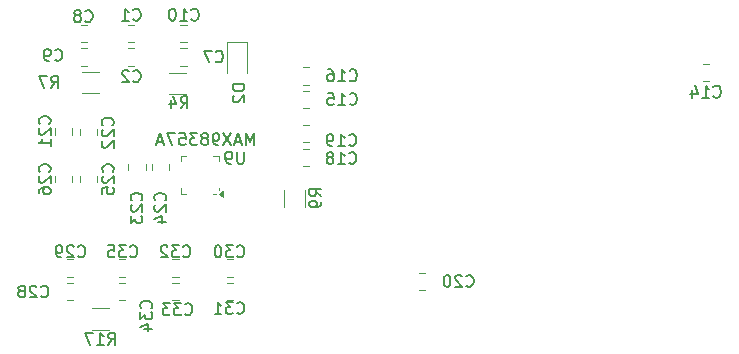
<source format=gbo>
%TF.GenerationSoftware,KiCad,Pcbnew,8.0.1*%
%TF.CreationDate,2024-04-15T20:37:31+02:00*%
%TF.ProjectId,standalonepanel,7374616e-6461-46c6-9f6e-6570616e656c,rev?*%
%TF.SameCoordinates,Original*%
%TF.FileFunction,Legend,Bot*%
%TF.FilePolarity,Positive*%
%FSLAX46Y46*%
G04 Gerber Fmt 4.6, Leading zero omitted, Abs format (unit mm)*
G04 Created by KiCad (PCBNEW 8.0.1) date 2024-04-15 20:37:31*
%MOMM*%
%LPD*%
G01*
G04 APERTURE LIST*
%ADD10C,0.150000*%
%ADD11C,0.120000*%
G04 APERTURE END LIST*
D10*
X96107666Y-118818819D02*
X96440999Y-118342628D01*
X96679094Y-118818819D02*
X96679094Y-117818819D01*
X96679094Y-117818819D02*
X96298142Y-117818819D01*
X96298142Y-117818819D02*
X96202904Y-117866438D01*
X96202904Y-117866438D02*
X96155285Y-117914057D01*
X96155285Y-117914057D02*
X96107666Y-118009295D01*
X96107666Y-118009295D02*
X96107666Y-118152152D01*
X96107666Y-118152152D02*
X96155285Y-118247390D01*
X96155285Y-118247390D02*
X96202904Y-118295009D01*
X96202904Y-118295009D02*
X96298142Y-118342628D01*
X96298142Y-118342628D02*
X96679094Y-118342628D01*
X95774332Y-117818819D02*
X95107666Y-117818819D01*
X95107666Y-117818819D02*
X95536237Y-118818819D01*
X95242857Y-136459580D02*
X95290476Y-136507200D01*
X95290476Y-136507200D02*
X95433333Y-136554819D01*
X95433333Y-136554819D02*
X95528571Y-136554819D01*
X95528571Y-136554819D02*
X95671428Y-136507200D01*
X95671428Y-136507200D02*
X95766666Y-136411961D01*
X95766666Y-136411961D02*
X95814285Y-136316723D01*
X95814285Y-136316723D02*
X95861904Y-136126247D01*
X95861904Y-136126247D02*
X95861904Y-135983390D01*
X95861904Y-135983390D02*
X95814285Y-135792914D01*
X95814285Y-135792914D02*
X95766666Y-135697676D01*
X95766666Y-135697676D02*
X95671428Y-135602438D01*
X95671428Y-135602438D02*
X95528571Y-135554819D01*
X95528571Y-135554819D02*
X95433333Y-135554819D01*
X95433333Y-135554819D02*
X95290476Y-135602438D01*
X95290476Y-135602438D02*
X95242857Y-135650057D01*
X94861904Y-135650057D02*
X94814285Y-135602438D01*
X94814285Y-135602438D02*
X94719047Y-135554819D01*
X94719047Y-135554819D02*
X94480952Y-135554819D01*
X94480952Y-135554819D02*
X94385714Y-135602438D01*
X94385714Y-135602438D02*
X94338095Y-135650057D01*
X94338095Y-135650057D02*
X94290476Y-135745295D01*
X94290476Y-135745295D02*
X94290476Y-135840533D01*
X94290476Y-135840533D02*
X94338095Y-135983390D01*
X94338095Y-135983390D02*
X94909523Y-136554819D01*
X94909523Y-136554819D02*
X94290476Y-136554819D01*
X93719047Y-135983390D02*
X93814285Y-135935771D01*
X93814285Y-135935771D02*
X93861904Y-135888152D01*
X93861904Y-135888152D02*
X93909523Y-135792914D01*
X93909523Y-135792914D02*
X93909523Y-135745295D01*
X93909523Y-135745295D02*
X93861904Y-135650057D01*
X93861904Y-135650057D02*
X93814285Y-135602438D01*
X93814285Y-135602438D02*
X93719047Y-135554819D01*
X93719047Y-135554819D02*
X93528571Y-135554819D01*
X93528571Y-135554819D02*
X93433333Y-135602438D01*
X93433333Y-135602438D02*
X93385714Y-135650057D01*
X93385714Y-135650057D02*
X93338095Y-135745295D01*
X93338095Y-135745295D02*
X93338095Y-135792914D01*
X93338095Y-135792914D02*
X93385714Y-135888152D01*
X93385714Y-135888152D02*
X93433333Y-135935771D01*
X93433333Y-135935771D02*
X93528571Y-135983390D01*
X93528571Y-135983390D02*
X93719047Y-135983390D01*
X93719047Y-135983390D02*
X93814285Y-136031009D01*
X93814285Y-136031009D02*
X93861904Y-136078628D01*
X93861904Y-136078628D02*
X93909523Y-136173866D01*
X93909523Y-136173866D02*
X93909523Y-136364342D01*
X93909523Y-136364342D02*
X93861904Y-136459580D01*
X93861904Y-136459580D02*
X93814285Y-136507200D01*
X93814285Y-136507200D02*
X93719047Y-136554819D01*
X93719047Y-136554819D02*
X93528571Y-136554819D01*
X93528571Y-136554819D02*
X93433333Y-136507200D01*
X93433333Y-136507200D02*
X93385714Y-136459580D01*
X93385714Y-136459580D02*
X93338095Y-136364342D01*
X93338095Y-136364342D02*
X93338095Y-136173866D01*
X93338095Y-136173866D02*
X93385714Y-136078628D01*
X93385714Y-136078628D02*
X93433333Y-136031009D01*
X93433333Y-136031009D02*
X93528571Y-135983390D01*
X101324015Y-125910257D02*
X101371635Y-125862638D01*
X101371635Y-125862638D02*
X101419254Y-125719781D01*
X101419254Y-125719781D02*
X101419254Y-125624543D01*
X101419254Y-125624543D02*
X101371635Y-125481686D01*
X101371635Y-125481686D02*
X101276396Y-125386448D01*
X101276396Y-125386448D02*
X101181158Y-125338829D01*
X101181158Y-125338829D02*
X100990682Y-125291210D01*
X100990682Y-125291210D02*
X100847825Y-125291210D01*
X100847825Y-125291210D02*
X100657349Y-125338829D01*
X100657349Y-125338829D02*
X100562111Y-125386448D01*
X100562111Y-125386448D02*
X100466873Y-125481686D01*
X100466873Y-125481686D02*
X100419254Y-125624543D01*
X100419254Y-125624543D02*
X100419254Y-125719781D01*
X100419254Y-125719781D02*
X100466873Y-125862638D01*
X100466873Y-125862638D02*
X100514492Y-125910257D01*
X100514492Y-126291210D02*
X100466873Y-126338829D01*
X100466873Y-126338829D02*
X100419254Y-126434067D01*
X100419254Y-126434067D02*
X100419254Y-126672162D01*
X100419254Y-126672162D02*
X100466873Y-126767400D01*
X100466873Y-126767400D02*
X100514492Y-126815019D01*
X100514492Y-126815019D02*
X100609730Y-126862638D01*
X100609730Y-126862638D02*
X100704968Y-126862638D01*
X100704968Y-126862638D02*
X100847825Y-126815019D01*
X100847825Y-126815019D02*
X101419254Y-126243591D01*
X101419254Y-126243591D02*
X101419254Y-126862638D01*
X100419254Y-127767400D02*
X100419254Y-127291210D01*
X100419254Y-127291210D02*
X100895444Y-127243591D01*
X100895444Y-127243591D02*
X100847825Y-127291210D01*
X100847825Y-127291210D02*
X100800206Y-127386448D01*
X100800206Y-127386448D02*
X100800206Y-127624543D01*
X100800206Y-127624543D02*
X100847825Y-127719781D01*
X100847825Y-127719781D02*
X100895444Y-127767400D01*
X100895444Y-127767400D02*
X100990682Y-127815019D01*
X100990682Y-127815019D02*
X101228777Y-127815019D01*
X101228777Y-127815019D02*
X101324015Y-127767400D01*
X101324015Y-127767400D02*
X101371635Y-127719781D01*
X101371635Y-127719781D02*
X101419254Y-127624543D01*
X101419254Y-127624543D02*
X101419254Y-127386448D01*
X101419254Y-127386448D02*
X101371635Y-127291210D01*
X101371635Y-127291210D02*
X101324015Y-127243591D01*
X104559580Y-137457142D02*
X104607200Y-137409523D01*
X104607200Y-137409523D02*
X104654819Y-137266666D01*
X104654819Y-137266666D02*
X104654819Y-137171428D01*
X104654819Y-137171428D02*
X104607200Y-137028571D01*
X104607200Y-137028571D02*
X104511961Y-136933333D01*
X104511961Y-136933333D02*
X104416723Y-136885714D01*
X104416723Y-136885714D02*
X104226247Y-136838095D01*
X104226247Y-136838095D02*
X104083390Y-136838095D01*
X104083390Y-136838095D02*
X103892914Y-136885714D01*
X103892914Y-136885714D02*
X103797676Y-136933333D01*
X103797676Y-136933333D02*
X103702438Y-137028571D01*
X103702438Y-137028571D02*
X103654819Y-137171428D01*
X103654819Y-137171428D02*
X103654819Y-137266666D01*
X103654819Y-137266666D02*
X103702438Y-137409523D01*
X103702438Y-137409523D02*
X103750057Y-137457142D01*
X103654819Y-137790476D02*
X103654819Y-138409523D01*
X103654819Y-138409523D02*
X104035771Y-138076190D01*
X104035771Y-138076190D02*
X104035771Y-138219047D01*
X104035771Y-138219047D02*
X104083390Y-138314285D01*
X104083390Y-138314285D02*
X104131009Y-138361904D01*
X104131009Y-138361904D02*
X104226247Y-138409523D01*
X104226247Y-138409523D02*
X104464342Y-138409523D01*
X104464342Y-138409523D02*
X104559580Y-138361904D01*
X104559580Y-138361904D02*
X104607200Y-138314285D01*
X104607200Y-138314285D02*
X104654819Y-138219047D01*
X104654819Y-138219047D02*
X104654819Y-137933333D01*
X104654819Y-137933333D02*
X104607200Y-137838095D01*
X104607200Y-137838095D02*
X104559580Y-137790476D01*
X103988152Y-139266666D02*
X104654819Y-139266666D01*
X103607200Y-139028571D02*
X104321485Y-138790476D01*
X104321485Y-138790476D02*
X104321485Y-139409523D01*
X110021666Y-116564580D02*
X110069285Y-116612200D01*
X110069285Y-116612200D02*
X110212142Y-116659819D01*
X110212142Y-116659819D02*
X110307380Y-116659819D01*
X110307380Y-116659819D02*
X110450237Y-116612200D01*
X110450237Y-116612200D02*
X110545475Y-116516961D01*
X110545475Y-116516961D02*
X110593094Y-116421723D01*
X110593094Y-116421723D02*
X110640713Y-116231247D01*
X110640713Y-116231247D02*
X110640713Y-116088390D01*
X110640713Y-116088390D02*
X110593094Y-115897914D01*
X110593094Y-115897914D02*
X110545475Y-115802676D01*
X110545475Y-115802676D02*
X110450237Y-115707438D01*
X110450237Y-115707438D02*
X110307380Y-115659819D01*
X110307380Y-115659819D02*
X110212142Y-115659819D01*
X110212142Y-115659819D02*
X110069285Y-115707438D01*
X110069285Y-115707438D02*
X110021666Y-115755057D01*
X109688332Y-115659819D02*
X109021666Y-115659819D01*
X109021666Y-115659819D02*
X109450237Y-116659819D01*
X111842857Y-133059580D02*
X111890476Y-133107200D01*
X111890476Y-133107200D02*
X112033333Y-133154819D01*
X112033333Y-133154819D02*
X112128571Y-133154819D01*
X112128571Y-133154819D02*
X112271428Y-133107200D01*
X112271428Y-133107200D02*
X112366666Y-133011961D01*
X112366666Y-133011961D02*
X112414285Y-132916723D01*
X112414285Y-132916723D02*
X112461904Y-132726247D01*
X112461904Y-132726247D02*
X112461904Y-132583390D01*
X112461904Y-132583390D02*
X112414285Y-132392914D01*
X112414285Y-132392914D02*
X112366666Y-132297676D01*
X112366666Y-132297676D02*
X112271428Y-132202438D01*
X112271428Y-132202438D02*
X112128571Y-132154819D01*
X112128571Y-132154819D02*
X112033333Y-132154819D01*
X112033333Y-132154819D02*
X111890476Y-132202438D01*
X111890476Y-132202438D02*
X111842857Y-132250057D01*
X111509523Y-132154819D02*
X110890476Y-132154819D01*
X110890476Y-132154819D02*
X111223809Y-132535771D01*
X111223809Y-132535771D02*
X111080952Y-132535771D01*
X111080952Y-132535771D02*
X110985714Y-132583390D01*
X110985714Y-132583390D02*
X110938095Y-132631009D01*
X110938095Y-132631009D02*
X110890476Y-132726247D01*
X110890476Y-132726247D02*
X110890476Y-132964342D01*
X110890476Y-132964342D02*
X110938095Y-133059580D01*
X110938095Y-133059580D02*
X110985714Y-133107200D01*
X110985714Y-133107200D02*
X111080952Y-133154819D01*
X111080952Y-133154819D02*
X111366666Y-133154819D01*
X111366666Y-133154819D02*
X111461904Y-133107200D01*
X111461904Y-133107200D02*
X111509523Y-133059580D01*
X110271428Y-132154819D02*
X110176190Y-132154819D01*
X110176190Y-132154819D02*
X110080952Y-132202438D01*
X110080952Y-132202438D02*
X110033333Y-132250057D01*
X110033333Y-132250057D02*
X109985714Y-132345295D01*
X109985714Y-132345295D02*
X109938095Y-132535771D01*
X109938095Y-132535771D02*
X109938095Y-132773866D01*
X109938095Y-132773866D02*
X109985714Y-132964342D01*
X109985714Y-132964342D02*
X110033333Y-133059580D01*
X110033333Y-133059580D02*
X110080952Y-133107200D01*
X110080952Y-133107200D02*
X110176190Y-133154819D01*
X110176190Y-133154819D02*
X110271428Y-133154819D01*
X110271428Y-133154819D02*
X110366666Y-133107200D01*
X110366666Y-133107200D02*
X110414285Y-133059580D01*
X110414285Y-133059580D02*
X110461904Y-132964342D01*
X110461904Y-132964342D02*
X110509523Y-132773866D01*
X110509523Y-132773866D02*
X110509523Y-132535771D01*
X110509523Y-132535771D02*
X110461904Y-132345295D01*
X110461904Y-132345295D02*
X110414285Y-132250057D01*
X110414285Y-132250057D02*
X110366666Y-132202438D01*
X110366666Y-132202438D02*
X110271428Y-132154819D01*
X98381794Y-133059580D02*
X98429413Y-133107200D01*
X98429413Y-133107200D02*
X98572270Y-133154819D01*
X98572270Y-133154819D02*
X98667508Y-133154819D01*
X98667508Y-133154819D02*
X98810365Y-133107200D01*
X98810365Y-133107200D02*
X98905603Y-133011961D01*
X98905603Y-133011961D02*
X98953222Y-132916723D01*
X98953222Y-132916723D02*
X99000841Y-132726247D01*
X99000841Y-132726247D02*
X99000841Y-132583390D01*
X99000841Y-132583390D02*
X98953222Y-132392914D01*
X98953222Y-132392914D02*
X98905603Y-132297676D01*
X98905603Y-132297676D02*
X98810365Y-132202438D01*
X98810365Y-132202438D02*
X98667508Y-132154819D01*
X98667508Y-132154819D02*
X98572270Y-132154819D01*
X98572270Y-132154819D02*
X98429413Y-132202438D01*
X98429413Y-132202438D02*
X98381794Y-132250057D01*
X98000841Y-132250057D02*
X97953222Y-132202438D01*
X97953222Y-132202438D02*
X97857984Y-132154819D01*
X97857984Y-132154819D02*
X97619889Y-132154819D01*
X97619889Y-132154819D02*
X97524651Y-132202438D01*
X97524651Y-132202438D02*
X97477032Y-132250057D01*
X97477032Y-132250057D02*
X97429413Y-132345295D01*
X97429413Y-132345295D02*
X97429413Y-132440533D01*
X97429413Y-132440533D02*
X97477032Y-132583390D01*
X97477032Y-132583390D02*
X98048460Y-133154819D01*
X98048460Y-133154819D02*
X97429413Y-133154819D01*
X96953222Y-133154819D02*
X96762746Y-133154819D01*
X96762746Y-133154819D02*
X96667508Y-133107200D01*
X96667508Y-133107200D02*
X96619889Y-133059580D01*
X96619889Y-133059580D02*
X96524651Y-132916723D01*
X96524651Y-132916723D02*
X96477032Y-132726247D01*
X96477032Y-132726247D02*
X96477032Y-132345295D01*
X96477032Y-132345295D02*
X96524651Y-132250057D01*
X96524651Y-132250057D02*
X96572270Y-132202438D01*
X96572270Y-132202438D02*
X96667508Y-132154819D01*
X96667508Y-132154819D02*
X96857984Y-132154819D01*
X96857984Y-132154819D02*
X96953222Y-132202438D01*
X96953222Y-132202438D02*
X97000841Y-132250057D01*
X97000841Y-132250057D02*
X97048460Y-132345295D01*
X97048460Y-132345295D02*
X97048460Y-132583390D01*
X97048460Y-132583390D02*
X97000841Y-132678628D01*
X97000841Y-132678628D02*
X96953222Y-132726247D01*
X96953222Y-132726247D02*
X96857984Y-132773866D01*
X96857984Y-132773866D02*
X96667508Y-132773866D01*
X96667508Y-132773866D02*
X96572270Y-132726247D01*
X96572270Y-132726247D02*
X96524651Y-132678628D01*
X96524651Y-132678628D02*
X96477032Y-132583390D01*
X111842857Y-137859580D02*
X111890476Y-137907200D01*
X111890476Y-137907200D02*
X112033333Y-137954819D01*
X112033333Y-137954819D02*
X112128571Y-137954819D01*
X112128571Y-137954819D02*
X112271428Y-137907200D01*
X112271428Y-137907200D02*
X112366666Y-137811961D01*
X112366666Y-137811961D02*
X112414285Y-137716723D01*
X112414285Y-137716723D02*
X112461904Y-137526247D01*
X112461904Y-137526247D02*
X112461904Y-137383390D01*
X112461904Y-137383390D02*
X112414285Y-137192914D01*
X112414285Y-137192914D02*
X112366666Y-137097676D01*
X112366666Y-137097676D02*
X112271428Y-137002438D01*
X112271428Y-137002438D02*
X112128571Y-136954819D01*
X112128571Y-136954819D02*
X112033333Y-136954819D01*
X112033333Y-136954819D02*
X111890476Y-137002438D01*
X111890476Y-137002438D02*
X111842857Y-137050057D01*
X111509523Y-136954819D02*
X110890476Y-136954819D01*
X110890476Y-136954819D02*
X111223809Y-137335771D01*
X111223809Y-137335771D02*
X111080952Y-137335771D01*
X111080952Y-137335771D02*
X110985714Y-137383390D01*
X110985714Y-137383390D02*
X110938095Y-137431009D01*
X110938095Y-137431009D02*
X110890476Y-137526247D01*
X110890476Y-137526247D02*
X110890476Y-137764342D01*
X110890476Y-137764342D02*
X110938095Y-137859580D01*
X110938095Y-137859580D02*
X110985714Y-137907200D01*
X110985714Y-137907200D02*
X111080952Y-137954819D01*
X111080952Y-137954819D02*
X111366666Y-137954819D01*
X111366666Y-137954819D02*
X111461904Y-137907200D01*
X111461904Y-137907200D02*
X111509523Y-137859580D01*
X109938095Y-137954819D02*
X110509523Y-137954819D01*
X110223809Y-137954819D02*
X110223809Y-136954819D01*
X110223809Y-136954819D02*
X110319047Y-137097676D01*
X110319047Y-137097676D02*
X110414285Y-137192914D01*
X110414285Y-137192914D02*
X110509523Y-137240533D01*
X101295017Y-121973257D02*
X101342637Y-121925638D01*
X101342637Y-121925638D02*
X101390256Y-121782781D01*
X101390256Y-121782781D02*
X101390256Y-121687543D01*
X101390256Y-121687543D02*
X101342637Y-121544686D01*
X101342637Y-121544686D02*
X101247398Y-121449448D01*
X101247398Y-121449448D02*
X101152160Y-121401829D01*
X101152160Y-121401829D02*
X100961684Y-121354210D01*
X100961684Y-121354210D02*
X100818827Y-121354210D01*
X100818827Y-121354210D02*
X100628351Y-121401829D01*
X100628351Y-121401829D02*
X100533113Y-121449448D01*
X100533113Y-121449448D02*
X100437875Y-121544686D01*
X100437875Y-121544686D02*
X100390256Y-121687543D01*
X100390256Y-121687543D02*
X100390256Y-121782781D01*
X100390256Y-121782781D02*
X100437875Y-121925638D01*
X100437875Y-121925638D02*
X100485494Y-121973257D01*
X100485494Y-122354210D02*
X100437875Y-122401829D01*
X100437875Y-122401829D02*
X100390256Y-122497067D01*
X100390256Y-122497067D02*
X100390256Y-122735162D01*
X100390256Y-122735162D02*
X100437875Y-122830400D01*
X100437875Y-122830400D02*
X100485494Y-122878019D01*
X100485494Y-122878019D02*
X100580732Y-122925638D01*
X100580732Y-122925638D02*
X100675970Y-122925638D01*
X100675970Y-122925638D02*
X100818827Y-122878019D01*
X100818827Y-122878019D02*
X101390256Y-122306591D01*
X101390256Y-122306591D02*
X101390256Y-122925638D01*
X100485494Y-123306591D02*
X100437875Y-123354210D01*
X100437875Y-123354210D02*
X100390256Y-123449448D01*
X100390256Y-123449448D02*
X100390256Y-123687543D01*
X100390256Y-123687543D02*
X100437875Y-123782781D01*
X100437875Y-123782781D02*
X100485494Y-123830400D01*
X100485494Y-123830400D02*
X100580732Y-123878019D01*
X100580732Y-123878019D02*
X100675970Y-123878019D01*
X100675970Y-123878019D02*
X100818827Y-123830400D01*
X100818827Y-123830400D02*
X101390256Y-123258972D01*
X101390256Y-123258972D02*
X101390256Y-123878019D01*
X95961017Y-121846257D02*
X96008637Y-121798638D01*
X96008637Y-121798638D02*
X96056256Y-121655781D01*
X96056256Y-121655781D02*
X96056256Y-121560543D01*
X96056256Y-121560543D02*
X96008637Y-121417686D01*
X96008637Y-121417686D02*
X95913398Y-121322448D01*
X95913398Y-121322448D02*
X95818160Y-121274829D01*
X95818160Y-121274829D02*
X95627684Y-121227210D01*
X95627684Y-121227210D02*
X95484827Y-121227210D01*
X95484827Y-121227210D02*
X95294351Y-121274829D01*
X95294351Y-121274829D02*
X95199113Y-121322448D01*
X95199113Y-121322448D02*
X95103875Y-121417686D01*
X95103875Y-121417686D02*
X95056256Y-121560543D01*
X95056256Y-121560543D02*
X95056256Y-121655781D01*
X95056256Y-121655781D02*
X95103875Y-121798638D01*
X95103875Y-121798638D02*
X95151494Y-121846257D01*
X95151494Y-122227210D02*
X95103875Y-122274829D01*
X95103875Y-122274829D02*
X95056256Y-122370067D01*
X95056256Y-122370067D02*
X95056256Y-122608162D01*
X95056256Y-122608162D02*
X95103875Y-122703400D01*
X95103875Y-122703400D02*
X95151494Y-122751019D01*
X95151494Y-122751019D02*
X95246732Y-122798638D01*
X95246732Y-122798638D02*
X95341970Y-122798638D01*
X95341970Y-122798638D02*
X95484827Y-122751019D01*
X95484827Y-122751019D02*
X96056256Y-122179591D01*
X96056256Y-122179591D02*
X96056256Y-122798638D01*
X96056256Y-123751019D02*
X96056256Y-123179591D01*
X96056256Y-123465305D02*
X95056256Y-123465305D01*
X95056256Y-123465305D02*
X95199113Y-123370067D01*
X95199113Y-123370067D02*
X95294351Y-123274829D01*
X95294351Y-123274829D02*
X95341970Y-123179591D01*
X118974819Y-127983332D02*
X118498628Y-127649999D01*
X118974819Y-127411904D02*
X117974819Y-127411904D01*
X117974819Y-127411904D02*
X117974819Y-127792856D01*
X117974819Y-127792856D02*
X118022438Y-127888094D01*
X118022438Y-127888094D02*
X118070057Y-127935713D01*
X118070057Y-127935713D02*
X118165295Y-127983332D01*
X118165295Y-127983332D02*
X118308152Y-127983332D01*
X118308152Y-127983332D02*
X118403390Y-127935713D01*
X118403390Y-127935713D02*
X118451009Y-127888094D01*
X118451009Y-127888094D02*
X118498628Y-127792856D01*
X118498628Y-127792856D02*
X118498628Y-127411904D01*
X118974819Y-128459523D02*
X118974819Y-128649999D01*
X118974819Y-128649999D02*
X118927200Y-128745237D01*
X118927200Y-128745237D02*
X118879580Y-128792856D01*
X118879580Y-128792856D02*
X118736723Y-128888094D01*
X118736723Y-128888094D02*
X118546247Y-128935713D01*
X118546247Y-128935713D02*
X118165295Y-128935713D01*
X118165295Y-128935713D02*
X118070057Y-128888094D01*
X118070057Y-128888094D02*
X118022438Y-128840475D01*
X118022438Y-128840475D02*
X117974819Y-128745237D01*
X117974819Y-128745237D02*
X117974819Y-128554761D01*
X117974819Y-128554761D02*
X118022438Y-128459523D01*
X118022438Y-128459523D02*
X118070057Y-128411904D01*
X118070057Y-128411904D02*
X118165295Y-128364285D01*
X118165295Y-128364285D02*
X118403390Y-128364285D01*
X118403390Y-128364285D02*
X118498628Y-128411904D01*
X118498628Y-128411904D02*
X118546247Y-128459523D01*
X118546247Y-128459523D02*
X118593866Y-128554761D01*
X118593866Y-128554761D02*
X118593866Y-128745237D01*
X118593866Y-128745237D02*
X118546247Y-128840475D01*
X118546247Y-128840475D02*
X118498628Y-128888094D01*
X118498628Y-128888094D02*
X118403390Y-128935713D01*
X107442857Y-137959580D02*
X107490476Y-138007200D01*
X107490476Y-138007200D02*
X107633333Y-138054819D01*
X107633333Y-138054819D02*
X107728571Y-138054819D01*
X107728571Y-138054819D02*
X107871428Y-138007200D01*
X107871428Y-138007200D02*
X107966666Y-137911961D01*
X107966666Y-137911961D02*
X108014285Y-137816723D01*
X108014285Y-137816723D02*
X108061904Y-137626247D01*
X108061904Y-137626247D02*
X108061904Y-137483390D01*
X108061904Y-137483390D02*
X108014285Y-137292914D01*
X108014285Y-137292914D02*
X107966666Y-137197676D01*
X107966666Y-137197676D02*
X107871428Y-137102438D01*
X107871428Y-137102438D02*
X107728571Y-137054819D01*
X107728571Y-137054819D02*
X107633333Y-137054819D01*
X107633333Y-137054819D02*
X107490476Y-137102438D01*
X107490476Y-137102438D02*
X107442857Y-137150057D01*
X107109523Y-137054819D02*
X106490476Y-137054819D01*
X106490476Y-137054819D02*
X106823809Y-137435771D01*
X106823809Y-137435771D02*
X106680952Y-137435771D01*
X106680952Y-137435771D02*
X106585714Y-137483390D01*
X106585714Y-137483390D02*
X106538095Y-137531009D01*
X106538095Y-137531009D02*
X106490476Y-137626247D01*
X106490476Y-137626247D02*
X106490476Y-137864342D01*
X106490476Y-137864342D02*
X106538095Y-137959580D01*
X106538095Y-137959580D02*
X106585714Y-138007200D01*
X106585714Y-138007200D02*
X106680952Y-138054819D01*
X106680952Y-138054819D02*
X106966666Y-138054819D01*
X106966666Y-138054819D02*
X107061904Y-138007200D01*
X107061904Y-138007200D02*
X107109523Y-137959580D01*
X106157142Y-137054819D02*
X105538095Y-137054819D01*
X105538095Y-137054819D02*
X105871428Y-137435771D01*
X105871428Y-137435771D02*
X105728571Y-137435771D01*
X105728571Y-137435771D02*
X105633333Y-137483390D01*
X105633333Y-137483390D02*
X105585714Y-137531009D01*
X105585714Y-137531009D02*
X105538095Y-137626247D01*
X105538095Y-137626247D02*
X105538095Y-137864342D01*
X105538095Y-137864342D02*
X105585714Y-137959580D01*
X105585714Y-137959580D02*
X105633333Y-138007200D01*
X105633333Y-138007200D02*
X105728571Y-138054819D01*
X105728571Y-138054819D02*
X106014285Y-138054819D01*
X106014285Y-138054819D02*
X106109523Y-138007200D01*
X106109523Y-138007200D02*
X106157142Y-137959580D01*
X103054599Y-118229196D02*
X103102218Y-118276816D01*
X103102218Y-118276816D02*
X103245075Y-118324435D01*
X103245075Y-118324435D02*
X103340313Y-118324435D01*
X103340313Y-118324435D02*
X103483170Y-118276816D01*
X103483170Y-118276816D02*
X103578408Y-118181577D01*
X103578408Y-118181577D02*
X103626027Y-118086339D01*
X103626027Y-118086339D02*
X103673646Y-117895863D01*
X103673646Y-117895863D02*
X103673646Y-117753006D01*
X103673646Y-117753006D02*
X103626027Y-117562530D01*
X103626027Y-117562530D02*
X103578408Y-117467292D01*
X103578408Y-117467292D02*
X103483170Y-117372054D01*
X103483170Y-117372054D02*
X103340313Y-117324435D01*
X103340313Y-117324435D02*
X103245075Y-117324435D01*
X103245075Y-117324435D02*
X103102218Y-117372054D01*
X103102218Y-117372054D02*
X103054599Y-117419673D01*
X102673646Y-117419673D02*
X102626027Y-117372054D01*
X102626027Y-117372054D02*
X102530789Y-117324435D01*
X102530789Y-117324435D02*
X102292694Y-117324435D01*
X102292694Y-117324435D02*
X102197456Y-117372054D01*
X102197456Y-117372054D02*
X102149837Y-117419673D01*
X102149837Y-117419673D02*
X102102218Y-117514911D01*
X102102218Y-117514911D02*
X102102218Y-117610149D01*
X102102218Y-117610149D02*
X102149837Y-117753006D01*
X102149837Y-117753006D02*
X102721265Y-118324435D01*
X102721265Y-118324435D02*
X102102218Y-118324435D01*
X103054599Y-113022196D02*
X103102218Y-113069816D01*
X103102218Y-113069816D02*
X103245075Y-113117435D01*
X103245075Y-113117435D02*
X103340313Y-113117435D01*
X103340313Y-113117435D02*
X103483170Y-113069816D01*
X103483170Y-113069816D02*
X103578408Y-112974577D01*
X103578408Y-112974577D02*
X103626027Y-112879339D01*
X103626027Y-112879339D02*
X103673646Y-112688863D01*
X103673646Y-112688863D02*
X103673646Y-112546006D01*
X103673646Y-112546006D02*
X103626027Y-112355530D01*
X103626027Y-112355530D02*
X103578408Y-112260292D01*
X103578408Y-112260292D02*
X103483170Y-112165054D01*
X103483170Y-112165054D02*
X103340313Y-112117435D01*
X103340313Y-112117435D02*
X103245075Y-112117435D01*
X103245075Y-112117435D02*
X103102218Y-112165054D01*
X103102218Y-112165054D02*
X103054599Y-112212673D01*
X102102218Y-113117435D02*
X102673646Y-113117435D01*
X102387932Y-113117435D02*
X102387932Y-112117435D01*
X102387932Y-112117435D02*
X102483170Y-112260292D01*
X102483170Y-112260292D02*
X102578408Y-112355530D01*
X102578408Y-112355530D02*
X102673646Y-112403149D01*
X112420904Y-124235819D02*
X112420904Y-125045342D01*
X112420904Y-125045342D02*
X112373285Y-125140580D01*
X112373285Y-125140580D02*
X112325666Y-125188200D01*
X112325666Y-125188200D02*
X112230428Y-125235819D01*
X112230428Y-125235819D02*
X112039952Y-125235819D01*
X112039952Y-125235819D02*
X111944714Y-125188200D01*
X111944714Y-125188200D02*
X111897095Y-125140580D01*
X111897095Y-125140580D02*
X111849476Y-125045342D01*
X111849476Y-125045342D02*
X111849476Y-124235819D01*
X111325666Y-125235819D02*
X111135190Y-125235819D01*
X111135190Y-125235819D02*
X111039952Y-125188200D01*
X111039952Y-125188200D02*
X110992333Y-125140580D01*
X110992333Y-125140580D02*
X110897095Y-124997723D01*
X110897095Y-124997723D02*
X110849476Y-124807247D01*
X110849476Y-124807247D02*
X110849476Y-124426295D01*
X110849476Y-124426295D02*
X110897095Y-124331057D01*
X110897095Y-124331057D02*
X110944714Y-124283438D01*
X110944714Y-124283438D02*
X111039952Y-124235819D01*
X111039952Y-124235819D02*
X111230428Y-124235819D01*
X111230428Y-124235819D02*
X111325666Y-124283438D01*
X111325666Y-124283438D02*
X111373285Y-124331057D01*
X111373285Y-124331057D02*
X111420904Y-124426295D01*
X111420904Y-124426295D02*
X111420904Y-124664390D01*
X111420904Y-124664390D02*
X111373285Y-124759628D01*
X111373285Y-124759628D02*
X111325666Y-124807247D01*
X111325666Y-124807247D02*
X111230428Y-124854866D01*
X111230428Y-124854866D02*
X111039952Y-124854866D01*
X111039952Y-124854866D02*
X110944714Y-124807247D01*
X110944714Y-124807247D02*
X110897095Y-124759628D01*
X110897095Y-124759628D02*
X110849476Y-124664390D01*
X113247618Y-123654819D02*
X113247618Y-122654819D01*
X113247618Y-122654819D02*
X112914285Y-123369104D01*
X112914285Y-123369104D02*
X112580952Y-122654819D01*
X112580952Y-122654819D02*
X112580952Y-123654819D01*
X112152380Y-123369104D02*
X111676190Y-123369104D01*
X112247618Y-123654819D02*
X111914285Y-122654819D01*
X111914285Y-122654819D02*
X111580952Y-123654819D01*
X111342856Y-122654819D02*
X110676190Y-123654819D01*
X110676190Y-122654819D02*
X111342856Y-123654819D01*
X110247618Y-123654819D02*
X110057142Y-123654819D01*
X110057142Y-123654819D02*
X109961904Y-123607200D01*
X109961904Y-123607200D02*
X109914285Y-123559580D01*
X109914285Y-123559580D02*
X109819047Y-123416723D01*
X109819047Y-123416723D02*
X109771428Y-123226247D01*
X109771428Y-123226247D02*
X109771428Y-122845295D01*
X109771428Y-122845295D02*
X109819047Y-122750057D01*
X109819047Y-122750057D02*
X109866666Y-122702438D01*
X109866666Y-122702438D02*
X109961904Y-122654819D01*
X109961904Y-122654819D02*
X110152380Y-122654819D01*
X110152380Y-122654819D02*
X110247618Y-122702438D01*
X110247618Y-122702438D02*
X110295237Y-122750057D01*
X110295237Y-122750057D02*
X110342856Y-122845295D01*
X110342856Y-122845295D02*
X110342856Y-123083390D01*
X110342856Y-123083390D02*
X110295237Y-123178628D01*
X110295237Y-123178628D02*
X110247618Y-123226247D01*
X110247618Y-123226247D02*
X110152380Y-123273866D01*
X110152380Y-123273866D02*
X109961904Y-123273866D01*
X109961904Y-123273866D02*
X109866666Y-123226247D01*
X109866666Y-123226247D02*
X109819047Y-123178628D01*
X109819047Y-123178628D02*
X109771428Y-123083390D01*
X109199999Y-123083390D02*
X109295237Y-123035771D01*
X109295237Y-123035771D02*
X109342856Y-122988152D01*
X109342856Y-122988152D02*
X109390475Y-122892914D01*
X109390475Y-122892914D02*
X109390475Y-122845295D01*
X109390475Y-122845295D02*
X109342856Y-122750057D01*
X109342856Y-122750057D02*
X109295237Y-122702438D01*
X109295237Y-122702438D02*
X109199999Y-122654819D01*
X109199999Y-122654819D02*
X109009523Y-122654819D01*
X109009523Y-122654819D02*
X108914285Y-122702438D01*
X108914285Y-122702438D02*
X108866666Y-122750057D01*
X108866666Y-122750057D02*
X108819047Y-122845295D01*
X108819047Y-122845295D02*
X108819047Y-122892914D01*
X108819047Y-122892914D02*
X108866666Y-122988152D01*
X108866666Y-122988152D02*
X108914285Y-123035771D01*
X108914285Y-123035771D02*
X109009523Y-123083390D01*
X109009523Y-123083390D02*
X109199999Y-123083390D01*
X109199999Y-123083390D02*
X109295237Y-123131009D01*
X109295237Y-123131009D02*
X109342856Y-123178628D01*
X109342856Y-123178628D02*
X109390475Y-123273866D01*
X109390475Y-123273866D02*
X109390475Y-123464342D01*
X109390475Y-123464342D02*
X109342856Y-123559580D01*
X109342856Y-123559580D02*
X109295237Y-123607200D01*
X109295237Y-123607200D02*
X109199999Y-123654819D01*
X109199999Y-123654819D02*
X109009523Y-123654819D01*
X109009523Y-123654819D02*
X108914285Y-123607200D01*
X108914285Y-123607200D02*
X108866666Y-123559580D01*
X108866666Y-123559580D02*
X108819047Y-123464342D01*
X108819047Y-123464342D02*
X108819047Y-123273866D01*
X108819047Y-123273866D02*
X108866666Y-123178628D01*
X108866666Y-123178628D02*
X108914285Y-123131009D01*
X108914285Y-123131009D02*
X109009523Y-123083390D01*
X108485713Y-122654819D02*
X107866666Y-122654819D01*
X107866666Y-122654819D02*
X108199999Y-123035771D01*
X108199999Y-123035771D02*
X108057142Y-123035771D01*
X108057142Y-123035771D02*
X107961904Y-123083390D01*
X107961904Y-123083390D02*
X107914285Y-123131009D01*
X107914285Y-123131009D02*
X107866666Y-123226247D01*
X107866666Y-123226247D02*
X107866666Y-123464342D01*
X107866666Y-123464342D02*
X107914285Y-123559580D01*
X107914285Y-123559580D02*
X107961904Y-123607200D01*
X107961904Y-123607200D02*
X108057142Y-123654819D01*
X108057142Y-123654819D02*
X108342856Y-123654819D01*
X108342856Y-123654819D02*
X108438094Y-123607200D01*
X108438094Y-123607200D02*
X108485713Y-123559580D01*
X106961904Y-122654819D02*
X107438094Y-122654819D01*
X107438094Y-122654819D02*
X107485713Y-123131009D01*
X107485713Y-123131009D02*
X107438094Y-123083390D01*
X107438094Y-123083390D02*
X107342856Y-123035771D01*
X107342856Y-123035771D02*
X107104761Y-123035771D01*
X107104761Y-123035771D02*
X107009523Y-123083390D01*
X107009523Y-123083390D02*
X106961904Y-123131009D01*
X106961904Y-123131009D02*
X106914285Y-123226247D01*
X106914285Y-123226247D02*
X106914285Y-123464342D01*
X106914285Y-123464342D02*
X106961904Y-123559580D01*
X106961904Y-123559580D02*
X107009523Y-123607200D01*
X107009523Y-123607200D02*
X107104761Y-123654819D01*
X107104761Y-123654819D02*
X107342856Y-123654819D01*
X107342856Y-123654819D02*
X107438094Y-123607200D01*
X107438094Y-123607200D02*
X107485713Y-123559580D01*
X106580951Y-122654819D02*
X105914285Y-122654819D01*
X105914285Y-122654819D02*
X106342856Y-123654819D01*
X105580951Y-123369104D02*
X105104761Y-123369104D01*
X105676189Y-123654819D02*
X105342856Y-122654819D01*
X105342856Y-122654819D02*
X105009523Y-123654819D01*
X105740017Y-128335257D02*
X105787637Y-128287638D01*
X105787637Y-128287638D02*
X105835256Y-128144781D01*
X105835256Y-128144781D02*
X105835256Y-128049543D01*
X105835256Y-128049543D02*
X105787637Y-127906686D01*
X105787637Y-127906686D02*
X105692398Y-127811448D01*
X105692398Y-127811448D02*
X105597160Y-127763829D01*
X105597160Y-127763829D02*
X105406684Y-127716210D01*
X105406684Y-127716210D02*
X105263827Y-127716210D01*
X105263827Y-127716210D02*
X105073351Y-127763829D01*
X105073351Y-127763829D02*
X104978113Y-127811448D01*
X104978113Y-127811448D02*
X104882875Y-127906686D01*
X104882875Y-127906686D02*
X104835256Y-128049543D01*
X104835256Y-128049543D02*
X104835256Y-128144781D01*
X104835256Y-128144781D02*
X104882875Y-128287638D01*
X104882875Y-128287638D02*
X104930494Y-128335257D01*
X104930494Y-128716210D02*
X104882875Y-128763829D01*
X104882875Y-128763829D02*
X104835256Y-128859067D01*
X104835256Y-128859067D02*
X104835256Y-129097162D01*
X104835256Y-129097162D02*
X104882875Y-129192400D01*
X104882875Y-129192400D02*
X104930494Y-129240019D01*
X104930494Y-129240019D02*
X105025732Y-129287638D01*
X105025732Y-129287638D02*
X105120970Y-129287638D01*
X105120970Y-129287638D02*
X105263827Y-129240019D01*
X105263827Y-129240019D02*
X105835256Y-128668591D01*
X105835256Y-128668591D02*
X105835256Y-129287638D01*
X105168589Y-130144781D02*
X105835256Y-130144781D01*
X104787637Y-129906686D02*
X105501922Y-129668591D01*
X105501922Y-129668591D02*
X105501922Y-130287638D01*
X121336226Y-123634690D02*
X121383845Y-123682310D01*
X121383845Y-123682310D02*
X121526702Y-123729929D01*
X121526702Y-123729929D02*
X121621940Y-123729929D01*
X121621940Y-123729929D02*
X121764797Y-123682310D01*
X121764797Y-123682310D02*
X121860035Y-123587071D01*
X121860035Y-123587071D02*
X121907654Y-123491833D01*
X121907654Y-123491833D02*
X121955273Y-123301357D01*
X121955273Y-123301357D02*
X121955273Y-123158500D01*
X121955273Y-123158500D02*
X121907654Y-122968024D01*
X121907654Y-122968024D02*
X121860035Y-122872786D01*
X121860035Y-122872786D02*
X121764797Y-122777548D01*
X121764797Y-122777548D02*
X121621940Y-122729929D01*
X121621940Y-122729929D02*
X121526702Y-122729929D01*
X121526702Y-122729929D02*
X121383845Y-122777548D01*
X121383845Y-122777548D02*
X121336226Y-122825167D01*
X120383845Y-123729929D02*
X120955273Y-123729929D01*
X120669559Y-123729929D02*
X120669559Y-122729929D01*
X120669559Y-122729929D02*
X120764797Y-122872786D01*
X120764797Y-122872786D02*
X120860035Y-122968024D01*
X120860035Y-122968024D02*
X120955273Y-123015643D01*
X119907654Y-123729929D02*
X119717178Y-123729929D01*
X119717178Y-123729929D02*
X119621940Y-123682310D01*
X119621940Y-123682310D02*
X119574321Y-123634690D01*
X119574321Y-123634690D02*
X119479083Y-123491833D01*
X119479083Y-123491833D02*
X119431464Y-123301357D01*
X119431464Y-123301357D02*
X119431464Y-122920405D01*
X119431464Y-122920405D02*
X119479083Y-122825167D01*
X119479083Y-122825167D02*
X119526702Y-122777548D01*
X119526702Y-122777548D02*
X119621940Y-122729929D01*
X119621940Y-122729929D02*
X119812416Y-122729929D01*
X119812416Y-122729929D02*
X119907654Y-122777548D01*
X119907654Y-122777548D02*
X119955273Y-122825167D01*
X119955273Y-122825167D02*
X120002892Y-122920405D01*
X120002892Y-122920405D02*
X120002892Y-123158500D01*
X120002892Y-123158500D02*
X119955273Y-123253738D01*
X119955273Y-123253738D02*
X119907654Y-123301357D01*
X119907654Y-123301357D02*
X119812416Y-123348976D01*
X119812416Y-123348976D02*
X119621940Y-123348976D01*
X119621940Y-123348976D02*
X119526702Y-123301357D01*
X119526702Y-123301357D02*
X119479083Y-123253738D01*
X119479083Y-123253738D02*
X119431464Y-123158500D01*
X103740016Y-128335257D02*
X103787636Y-128287638D01*
X103787636Y-128287638D02*
X103835255Y-128144781D01*
X103835255Y-128144781D02*
X103835255Y-128049543D01*
X103835255Y-128049543D02*
X103787636Y-127906686D01*
X103787636Y-127906686D02*
X103692397Y-127811448D01*
X103692397Y-127811448D02*
X103597159Y-127763829D01*
X103597159Y-127763829D02*
X103406683Y-127716210D01*
X103406683Y-127716210D02*
X103263826Y-127716210D01*
X103263826Y-127716210D02*
X103073350Y-127763829D01*
X103073350Y-127763829D02*
X102978112Y-127811448D01*
X102978112Y-127811448D02*
X102882874Y-127906686D01*
X102882874Y-127906686D02*
X102835255Y-128049543D01*
X102835255Y-128049543D02*
X102835255Y-128144781D01*
X102835255Y-128144781D02*
X102882874Y-128287638D01*
X102882874Y-128287638D02*
X102930493Y-128335257D01*
X102930493Y-128716210D02*
X102882874Y-128763829D01*
X102882874Y-128763829D02*
X102835255Y-128859067D01*
X102835255Y-128859067D02*
X102835255Y-129097162D01*
X102835255Y-129097162D02*
X102882874Y-129192400D01*
X102882874Y-129192400D02*
X102930493Y-129240019D01*
X102930493Y-129240019D02*
X103025731Y-129287638D01*
X103025731Y-129287638D02*
X103120969Y-129287638D01*
X103120969Y-129287638D02*
X103263826Y-129240019D01*
X103263826Y-129240019D02*
X103835255Y-128668591D01*
X103835255Y-128668591D02*
X103835255Y-129287638D01*
X102835255Y-129620972D02*
X102835255Y-130240019D01*
X102835255Y-130240019D02*
X103216207Y-129906686D01*
X103216207Y-129906686D02*
X103216207Y-130049543D01*
X103216207Y-130049543D02*
X103263826Y-130144781D01*
X103263826Y-130144781D02*
X103311445Y-130192400D01*
X103311445Y-130192400D02*
X103406683Y-130240019D01*
X103406683Y-130240019D02*
X103644778Y-130240019D01*
X103644778Y-130240019D02*
X103740016Y-130192400D01*
X103740016Y-130192400D02*
X103787636Y-130144781D01*
X103787636Y-130144781D02*
X103835255Y-130049543D01*
X103835255Y-130049543D02*
X103835255Y-129763829D01*
X103835255Y-129763829D02*
X103787636Y-129668591D01*
X103787636Y-129668591D02*
X103740016Y-129620972D01*
X98990599Y-113149196D02*
X99038218Y-113196816D01*
X99038218Y-113196816D02*
X99181075Y-113244435D01*
X99181075Y-113244435D02*
X99276313Y-113244435D01*
X99276313Y-113244435D02*
X99419170Y-113196816D01*
X99419170Y-113196816D02*
X99514408Y-113101577D01*
X99514408Y-113101577D02*
X99562027Y-113006339D01*
X99562027Y-113006339D02*
X99609646Y-112815863D01*
X99609646Y-112815863D02*
X99609646Y-112673006D01*
X99609646Y-112673006D02*
X99562027Y-112482530D01*
X99562027Y-112482530D02*
X99514408Y-112387292D01*
X99514408Y-112387292D02*
X99419170Y-112292054D01*
X99419170Y-112292054D02*
X99276313Y-112244435D01*
X99276313Y-112244435D02*
X99181075Y-112244435D01*
X99181075Y-112244435D02*
X99038218Y-112292054D01*
X99038218Y-112292054D02*
X98990599Y-112339673D01*
X98419170Y-112673006D02*
X98514408Y-112625387D01*
X98514408Y-112625387D02*
X98562027Y-112577768D01*
X98562027Y-112577768D02*
X98609646Y-112482530D01*
X98609646Y-112482530D02*
X98609646Y-112434911D01*
X98609646Y-112434911D02*
X98562027Y-112339673D01*
X98562027Y-112339673D02*
X98514408Y-112292054D01*
X98514408Y-112292054D02*
X98419170Y-112244435D01*
X98419170Y-112244435D02*
X98228694Y-112244435D01*
X98228694Y-112244435D02*
X98133456Y-112292054D01*
X98133456Y-112292054D02*
X98085837Y-112339673D01*
X98085837Y-112339673D02*
X98038218Y-112434911D01*
X98038218Y-112434911D02*
X98038218Y-112482530D01*
X98038218Y-112482530D02*
X98085837Y-112577768D01*
X98085837Y-112577768D02*
X98133456Y-112625387D01*
X98133456Y-112625387D02*
X98228694Y-112673006D01*
X98228694Y-112673006D02*
X98419170Y-112673006D01*
X98419170Y-112673006D02*
X98514408Y-112720625D01*
X98514408Y-112720625D02*
X98562027Y-112768244D01*
X98562027Y-112768244D02*
X98609646Y-112863482D01*
X98609646Y-112863482D02*
X98609646Y-113053958D01*
X98609646Y-113053958D02*
X98562027Y-113149196D01*
X98562027Y-113149196D02*
X98514408Y-113196816D01*
X98514408Y-113196816D02*
X98419170Y-113244435D01*
X98419170Y-113244435D02*
X98228694Y-113244435D01*
X98228694Y-113244435D02*
X98133456Y-113196816D01*
X98133456Y-113196816D02*
X98085837Y-113149196D01*
X98085837Y-113149196D02*
X98038218Y-113053958D01*
X98038218Y-113053958D02*
X98038218Y-112863482D01*
X98038218Y-112863482D02*
X98085837Y-112768244D01*
X98085837Y-112768244D02*
X98133456Y-112720625D01*
X98133456Y-112720625D02*
X98228694Y-112673006D01*
X121368794Y-118159698D02*
X121416413Y-118207318D01*
X121416413Y-118207318D02*
X121559270Y-118254937D01*
X121559270Y-118254937D02*
X121654508Y-118254937D01*
X121654508Y-118254937D02*
X121797365Y-118207318D01*
X121797365Y-118207318D02*
X121892603Y-118112079D01*
X121892603Y-118112079D02*
X121940222Y-118016841D01*
X121940222Y-118016841D02*
X121987841Y-117826365D01*
X121987841Y-117826365D02*
X121987841Y-117683508D01*
X121987841Y-117683508D02*
X121940222Y-117493032D01*
X121940222Y-117493032D02*
X121892603Y-117397794D01*
X121892603Y-117397794D02*
X121797365Y-117302556D01*
X121797365Y-117302556D02*
X121654508Y-117254937D01*
X121654508Y-117254937D02*
X121559270Y-117254937D01*
X121559270Y-117254937D02*
X121416413Y-117302556D01*
X121416413Y-117302556D02*
X121368794Y-117350175D01*
X120416413Y-118254937D02*
X120987841Y-118254937D01*
X120702127Y-118254937D02*
X120702127Y-117254937D01*
X120702127Y-117254937D02*
X120797365Y-117397794D01*
X120797365Y-117397794D02*
X120892603Y-117493032D01*
X120892603Y-117493032D02*
X120987841Y-117540651D01*
X119559270Y-117254937D02*
X119749746Y-117254937D01*
X119749746Y-117254937D02*
X119844984Y-117302556D01*
X119844984Y-117302556D02*
X119892603Y-117350175D01*
X119892603Y-117350175D02*
X119987841Y-117493032D01*
X119987841Y-117493032D02*
X120035460Y-117683508D01*
X120035460Y-117683508D02*
X120035460Y-118064460D01*
X120035460Y-118064460D02*
X119987841Y-118159698D01*
X119987841Y-118159698D02*
X119940222Y-118207318D01*
X119940222Y-118207318D02*
X119844984Y-118254937D01*
X119844984Y-118254937D02*
X119654508Y-118254937D01*
X119654508Y-118254937D02*
X119559270Y-118207318D01*
X119559270Y-118207318D02*
X119511651Y-118159698D01*
X119511651Y-118159698D02*
X119464032Y-118064460D01*
X119464032Y-118064460D02*
X119464032Y-117826365D01*
X119464032Y-117826365D02*
X119511651Y-117731127D01*
X119511651Y-117731127D02*
X119559270Y-117683508D01*
X119559270Y-117683508D02*
X119654508Y-117635889D01*
X119654508Y-117635889D02*
X119844984Y-117635889D01*
X119844984Y-117635889D02*
X119940222Y-117683508D01*
X119940222Y-117683508D02*
X119987841Y-117731127D01*
X119987841Y-117731127D02*
X120035460Y-117826365D01*
X107278529Y-133059580D02*
X107326148Y-133107200D01*
X107326148Y-133107200D02*
X107469005Y-133154819D01*
X107469005Y-133154819D02*
X107564243Y-133154819D01*
X107564243Y-133154819D02*
X107707100Y-133107200D01*
X107707100Y-133107200D02*
X107802338Y-133011961D01*
X107802338Y-133011961D02*
X107849957Y-132916723D01*
X107849957Y-132916723D02*
X107897576Y-132726247D01*
X107897576Y-132726247D02*
X107897576Y-132583390D01*
X107897576Y-132583390D02*
X107849957Y-132392914D01*
X107849957Y-132392914D02*
X107802338Y-132297676D01*
X107802338Y-132297676D02*
X107707100Y-132202438D01*
X107707100Y-132202438D02*
X107564243Y-132154819D01*
X107564243Y-132154819D02*
X107469005Y-132154819D01*
X107469005Y-132154819D02*
X107326148Y-132202438D01*
X107326148Y-132202438D02*
X107278529Y-132250057D01*
X106945195Y-132154819D02*
X106326148Y-132154819D01*
X106326148Y-132154819D02*
X106659481Y-132535771D01*
X106659481Y-132535771D02*
X106516624Y-132535771D01*
X106516624Y-132535771D02*
X106421386Y-132583390D01*
X106421386Y-132583390D02*
X106373767Y-132631009D01*
X106373767Y-132631009D02*
X106326148Y-132726247D01*
X106326148Y-132726247D02*
X106326148Y-132964342D01*
X106326148Y-132964342D02*
X106373767Y-133059580D01*
X106373767Y-133059580D02*
X106421386Y-133107200D01*
X106421386Y-133107200D02*
X106516624Y-133154819D01*
X106516624Y-133154819D02*
X106802338Y-133154819D01*
X106802338Y-133154819D02*
X106897576Y-133107200D01*
X106897576Y-133107200D02*
X106945195Y-133059580D01*
X105945195Y-132250057D02*
X105897576Y-132202438D01*
X105897576Y-132202438D02*
X105802338Y-132154819D01*
X105802338Y-132154819D02*
X105564243Y-132154819D01*
X105564243Y-132154819D02*
X105469005Y-132202438D01*
X105469005Y-132202438D02*
X105421386Y-132250057D01*
X105421386Y-132250057D02*
X105373767Y-132345295D01*
X105373767Y-132345295D02*
X105373767Y-132440533D01*
X105373767Y-132440533D02*
X105421386Y-132583390D01*
X105421386Y-132583390D02*
X105992814Y-133154819D01*
X105992814Y-133154819D02*
X105373767Y-133154819D01*
X121368795Y-120159701D02*
X121416414Y-120207321D01*
X121416414Y-120207321D02*
X121559271Y-120254940D01*
X121559271Y-120254940D02*
X121654509Y-120254940D01*
X121654509Y-120254940D02*
X121797366Y-120207321D01*
X121797366Y-120207321D02*
X121892604Y-120112082D01*
X121892604Y-120112082D02*
X121940223Y-120016844D01*
X121940223Y-120016844D02*
X121987842Y-119826368D01*
X121987842Y-119826368D02*
X121987842Y-119683511D01*
X121987842Y-119683511D02*
X121940223Y-119493035D01*
X121940223Y-119493035D02*
X121892604Y-119397797D01*
X121892604Y-119397797D02*
X121797366Y-119302559D01*
X121797366Y-119302559D02*
X121654509Y-119254940D01*
X121654509Y-119254940D02*
X121559271Y-119254940D01*
X121559271Y-119254940D02*
X121416414Y-119302559D01*
X121416414Y-119302559D02*
X121368795Y-119350178D01*
X120416414Y-120254940D02*
X120987842Y-120254940D01*
X120702128Y-120254940D02*
X120702128Y-119254940D01*
X120702128Y-119254940D02*
X120797366Y-119397797D01*
X120797366Y-119397797D02*
X120892604Y-119493035D01*
X120892604Y-119493035D02*
X120987842Y-119540654D01*
X119511652Y-119254940D02*
X119987842Y-119254940D01*
X119987842Y-119254940D02*
X120035461Y-119731130D01*
X120035461Y-119731130D02*
X119987842Y-119683511D01*
X119987842Y-119683511D02*
X119892604Y-119635892D01*
X119892604Y-119635892D02*
X119654509Y-119635892D01*
X119654509Y-119635892D02*
X119559271Y-119683511D01*
X119559271Y-119683511D02*
X119511652Y-119731130D01*
X119511652Y-119731130D02*
X119464033Y-119826368D01*
X119464033Y-119826368D02*
X119464033Y-120064463D01*
X119464033Y-120064463D02*
X119511652Y-120159701D01*
X119511652Y-120159701D02*
X119559271Y-120207321D01*
X119559271Y-120207321D02*
X119654509Y-120254940D01*
X119654509Y-120254940D02*
X119892604Y-120254940D01*
X119892604Y-120254940D02*
X119987842Y-120207321D01*
X119987842Y-120207321D02*
X120035461Y-120159701D01*
X107071103Y-120530934D02*
X107404436Y-120054743D01*
X107642531Y-120530934D02*
X107642531Y-119530934D01*
X107642531Y-119530934D02*
X107261579Y-119530934D01*
X107261579Y-119530934D02*
X107166341Y-119578553D01*
X107166341Y-119578553D02*
X107118722Y-119626172D01*
X107118722Y-119626172D02*
X107071103Y-119721410D01*
X107071103Y-119721410D02*
X107071103Y-119864267D01*
X107071103Y-119864267D02*
X107118722Y-119959505D01*
X107118722Y-119959505D02*
X107166341Y-120007124D01*
X107166341Y-120007124D02*
X107261579Y-120054743D01*
X107261579Y-120054743D02*
X107642531Y-120054743D01*
X106213960Y-119864267D02*
X106213960Y-120530934D01*
X106452055Y-119483315D02*
X106690150Y-120197600D01*
X106690150Y-120197600D02*
X106071103Y-120197600D01*
X96432666Y-116437580D02*
X96480285Y-116485200D01*
X96480285Y-116485200D02*
X96623142Y-116532819D01*
X96623142Y-116532819D02*
X96718380Y-116532819D01*
X96718380Y-116532819D02*
X96861237Y-116485200D01*
X96861237Y-116485200D02*
X96956475Y-116389961D01*
X96956475Y-116389961D02*
X97004094Y-116294723D01*
X97004094Y-116294723D02*
X97051713Y-116104247D01*
X97051713Y-116104247D02*
X97051713Y-115961390D01*
X97051713Y-115961390D02*
X97004094Y-115770914D01*
X97004094Y-115770914D02*
X96956475Y-115675676D01*
X96956475Y-115675676D02*
X96861237Y-115580438D01*
X96861237Y-115580438D02*
X96718380Y-115532819D01*
X96718380Y-115532819D02*
X96623142Y-115532819D01*
X96623142Y-115532819D02*
X96480285Y-115580438D01*
X96480285Y-115580438D02*
X96432666Y-115628057D01*
X95956475Y-116532819D02*
X95765999Y-116532819D01*
X95765999Y-116532819D02*
X95670761Y-116485200D01*
X95670761Y-116485200D02*
X95623142Y-116437580D01*
X95623142Y-116437580D02*
X95527904Y-116294723D01*
X95527904Y-116294723D02*
X95480285Y-116104247D01*
X95480285Y-116104247D02*
X95480285Y-115723295D01*
X95480285Y-115723295D02*
X95527904Y-115628057D01*
X95527904Y-115628057D02*
X95575523Y-115580438D01*
X95575523Y-115580438D02*
X95670761Y-115532819D01*
X95670761Y-115532819D02*
X95861237Y-115532819D01*
X95861237Y-115532819D02*
X95956475Y-115580438D01*
X95956475Y-115580438D02*
X96004094Y-115628057D01*
X96004094Y-115628057D02*
X96051713Y-115723295D01*
X96051713Y-115723295D02*
X96051713Y-115961390D01*
X96051713Y-115961390D02*
X96004094Y-116056628D01*
X96004094Y-116056628D02*
X95956475Y-116104247D01*
X95956475Y-116104247D02*
X95861237Y-116151866D01*
X95861237Y-116151866D02*
X95670761Y-116151866D01*
X95670761Y-116151866D02*
X95575523Y-116104247D01*
X95575523Y-116104247D02*
X95527904Y-116056628D01*
X95527904Y-116056628D02*
X95480285Y-115961390D01*
X152180357Y-119539579D02*
X152227976Y-119587199D01*
X152227976Y-119587199D02*
X152370833Y-119634818D01*
X152370833Y-119634818D02*
X152466071Y-119634818D01*
X152466071Y-119634818D02*
X152608928Y-119587199D01*
X152608928Y-119587199D02*
X152704166Y-119491960D01*
X152704166Y-119491960D02*
X152751785Y-119396722D01*
X152751785Y-119396722D02*
X152799404Y-119206246D01*
X152799404Y-119206246D02*
X152799404Y-119063389D01*
X152799404Y-119063389D02*
X152751785Y-118872913D01*
X152751785Y-118872913D02*
X152704166Y-118777675D01*
X152704166Y-118777675D02*
X152608928Y-118682437D01*
X152608928Y-118682437D02*
X152466071Y-118634818D01*
X152466071Y-118634818D02*
X152370833Y-118634818D01*
X152370833Y-118634818D02*
X152227976Y-118682437D01*
X152227976Y-118682437D02*
X152180357Y-118730056D01*
X151227976Y-119634818D02*
X151799404Y-119634818D01*
X151513690Y-119634818D02*
X151513690Y-118634818D01*
X151513690Y-118634818D02*
X151608928Y-118777675D01*
X151608928Y-118777675D02*
X151704166Y-118872913D01*
X151704166Y-118872913D02*
X151799404Y-118920532D01*
X150370833Y-118968151D02*
X150370833Y-119634818D01*
X150608928Y-118587199D02*
X150847023Y-119301484D01*
X150847023Y-119301484D02*
X150227976Y-119301484D01*
X131242857Y-135559580D02*
X131290476Y-135607200D01*
X131290476Y-135607200D02*
X131433333Y-135654819D01*
X131433333Y-135654819D02*
X131528571Y-135654819D01*
X131528571Y-135654819D02*
X131671428Y-135607200D01*
X131671428Y-135607200D02*
X131766666Y-135511961D01*
X131766666Y-135511961D02*
X131814285Y-135416723D01*
X131814285Y-135416723D02*
X131861904Y-135226247D01*
X131861904Y-135226247D02*
X131861904Y-135083390D01*
X131861904Y-135083390D02*
X131814285Y-134892914D01*
X131814285Y-134892914D02*
X131766666Y-134797676D01*
X131766666Y-134797676D02*
X131671428Y-134702438D01*
X131671428Y-134702438D02*
X131528571Y-134654819D01*
X131528571Y-134654819D02*
X131433333Y-134654819D01*
X131433333Y-134654819D02*
X131290476Y-134702438D01*
X131290476Y-134702438D02*
X131242857Y-134750057D01*
X130861904Y-134750057D02*
X130814285Y-134702438D01*
X130814285Y-134702438D02*
X130719047Y-134654819D01*
X130719047Y-134654819D02*
X130480952Y-134654819D01*
X130480952Y-134654819D02*
X130385714Y-134702438D01*
X130385714Y-134702438D02*
X130338095Y-134750057D01*
X130338095Y-134750057D02*
X130290476Y-134845295D01*
X130290476Y-134845295D02*
X130290476Y-134940533D01*
X130290476Y-134940533D02*
X130338095Y-135083390D01*
X130338095Y-135083390D02*
X130909523Y-135654819D01*
X130909523Y-135654819D02*
X130290476Y-135654819D01*
X129671428Y-134654819D02*
X129576190Y-134654819D01*
X129576190Y-134654819D02*
X129480952Y-134702438D01*
X129480952Y-134702438D02*
X129433333Y-134750057D01*
X129433333Y-134750057D02*
X129385714Y-134845295D01*
X129385714Y-134845295D02*
X129338095Y-135035771D01*
X129338095Y-135035771D02*
X129338095Y-135273866D01*
X129338095Y-135273866D02*
X129385714Y-135464342D01*
X129385714Y-135464342D02*
X129433333Y-135559580D01*
X129433333Y-135559580D02*
X129480952Y-135607200D01*
X129480952Y-135607200D02*
X129576190Y-135654819D01*
X129576190Y-135654819D02*
X129671428Y-135654819D01*
X129671428Y-135654819D02*
X129766666Y-135607200D01*
X129766666Y-135607200D02*
X129814285Y-135559580D01*
X129814285Y-135559580D02*
X129861904Y-135464342D01*
X129861904Y-135464342D02*
X129909523Y-135273866D01*
X129909523Y-135273866D02*
X129909523Y-135035771D01*
X129909523Y-135035771D02*
X129861904Y-134845295D01*
X129861904Y-134845295D02*
X129814285Y-134750057D01*
X129814285Y-134750057D02*
X129766666Y-134702438D01*
X129766666Y-134702438D02*
X129671428Y-134654819D01*
X121336227Y-125158690D02*
X121383846Y-125206310D01*
X121383846Y-125206310D02*
X121526703Y-125253929D01*
X121526703Y-125253929D02*
X121621941Y-125253929D01*
X121621941Y-125253929D02*
X121764798Y-125206310D01*
X121764798Y-125206310D02*
X121860036Y-125111071D01*
X121860036Y-125111071D02*
X121907655Y-125015833D01*
X121907655Y-125015833D02*
X121955274Y-124825357D01*
X121955274Y-124825357D02*
X121955274Y-124682500D01*
X121955274Y-124682500D02*
X121907655Y-124492024D01*
X121907655Y-124492024D02*
X121860036Y-124396786D01*
X121860036Y-124396786D02*
X121764798Y-124301548D01*
X121764798Y-124301548D02*
X121621941Y-124253929D01*
X121621941Y-124253929D02*
X121526703Y-124253929D01*
X121526703Y-124253929D02*
X121383846Y-124301548D01*
X121383846Y-124301548D02*
X121336227Y-124349167D01*
X120383846Y-125253929D02*
X120955274Y-125253929D01*
X120669560Y-125253929D02*
X120669560Y-124253929D01*
X120669560Y-124253929D02*
X120764798Y-124396786D01*
X120764798Y-124396786D02*
X120860036Y-124492024D01*
X120860036Y-124492024D02*
X120955274Y-124539643D01*
X119812417Y-124682500D02*
X119907655Y-124634881D01*
X119907655Y-124634881D02*
X119955274Y-124587262D01*
X119955274Y-124587262D02*
X120002893Y-124492024D01*
X120002893Y-124492024D02*
X120002893Y-124444405D01*
X120002893Y-124444405D02*
X119955274Y-124349167D01*
X119955274Y-124349167D02*
X119907655Y-124301548D01*
X119907655Y-124301548D02*
X119812417Y-124253929D01*
X119812417Y-124253929D02*
X119621941Y-124253929D01*
X119621941Y-124253929D02*
X119526703Y-124301548D01*
X119526703Y-124301548D02*
X119479084Y-124349167D01*
X119479084Y-124349167D02*
X119431465Y-124444405D01*
X119431465Y-124444405D02*
X119431465Y-124492024D01*
X119431465Y-124492024D02*
X119479084Y-124587262D01*
X119479084Y-124587262D02*
X119526703Y-124634881D01*
X119526703Y-124634881D02*
X119621941Y-124682500D01*
X119621941Y-124682500D02*
X119812417Y-124682500D01*
X119812417Y-124682500D02*
X119907655Y-124730119D01*
X119907655Y-124730119D02*
X119955274Y-124777738D01*
X119955274Y-124777738D02*
X120002893Y-124872976D01*
X120002893Y-124872976D02*
X120002893Y-125063452D01*
X120002893Y-125063452D02*
X119955274Y-125158690D01*
X119955274Y-125158690D02*
X119907655Y-125206310D01*
X119907655Y-125206310D02*
X119812417Y-125253929D01*
X119812417Y-125253929D02*
X119621941Y-125253929D01*
X119621941Y-125253929D02*
X119526703Y-125206310D01*
X119526703Y-125206310D02*
X119479084Y-125158690D01*
X119479084Y-125158690D02*
X119431465Y-125063452D01*
X119431465Y-125063452D02*
X119431465Y-124872976D01*
X119431465Y-124872976D02*
X119479084Y-124777738D01*
X119479084Y-124777738D02*
X119526703Y-124730119D01*
X119526703Y-124730119D02*
X119621941Y-124682500D01*
X102785535Y-133059580D02*
X102833154Y-133107200D01*
X102833154Y-133107200D02*
X102976011Y-133154819D01*
X102976011Y-133154819D02*
X103071249Y-133154819D01*
X103071249Y-133154819D02*
X103214106Y-133107200D01*
X103214106Y-133107200D02*
X103309344Y-133011961D01*
X103309344Y-133011961D02*
X103356963Y-132916723D01*
X103356963Y-132916723D02*
X103404582Y-132726247D01*
X103404582Y-132726247D02*
X103404582Y-132583390D01*
X103404582Y-132583390D02*
X103356963Y-132392914D01*
X103356963Y-132392914D02*
X103309344Y-132297676D01*
X103309344Y-132297676D02*
X103214106Y-132202438D01*
X103214106Y-132202438D02*
X103071249Y-132154819D01*
X103071249Y-132154819D02*
X102976011Y-132154819D01*
X102976011Y-132154819D02*
X102833154Y-132202438D01*
X102833154Y-132202438D02*
X102785535Y-132250057D01*
X102452201Y-132154819D02*
X101833154Y-132154819D01*
X101833154Y-132154819D02*
X102166487Y-132535771D01*
X102166487Y-132535771D02*
X102023630Y-132535771D01*
X102023630Y-132535771D02*
X101928392Y-132583390D01*
X101928392Y-132583390D02*
X101880773Y-132631009D01*
X101880773Y-132631009D02*
X101833154Y-132726247D01*
X101833154Y-132726247D02*
X101833154Y-132964342D01*
X101833154Y-132964342D02*
X101880773Y-133059580D01*
X101880773Y-133059580D02*
X101928392Y-133107200D01*
X101928392Y-133107200D02*
X102023630Y-133154819D01*
X102023630Y-133154819D02*
X102309344Y-133154819D01*
X102309344Y-133154819D02*
X102404582Y-133107200D01*
X102404582Y-133107200D02*
X102452201Y-133059580D01*
X100928392Y-132154819D02*
X101404582Y-132154819D01*
X101404582Y-132154819D02*
X101452201Y-132631009D01*
X101452201Y-132631009D02*
X101404582Y-132583390D01*
X101404582Y-132583390D02*
X101309344Y-132535771D01*
X101309344Y-132535771D02*
X101071249Y-132535771D01*
X101071249Y-132535771D02*
X100976011Y-132583390D01*
X100976011Y-132583390D02*
X100928392Y-132631009D01*
X100928392Y-132631009D02*
X100880773Y-132726247D01*
X100880773Y-132726247D02*
X100880773Y-132964342D01*
X100880773Y-132964342D02*
X100928392Y-133059580D01*
X100928392Y-133059580D02*
X100976011Y-133107200D01*
X100976011Y-133107200D02*
X101071249Y-133154819D01*
X101071249Y-133154819D02*
X101309344Y-133154819D01*
X101309344Y-133154819D02*
X101404582Y-133107200D01*
X101404582Y-133107200D02*
X101452201Y-133059580D01*
X100942857Y-140554819D02*
X101276190Y-140078628D01*
X101514285Y-140554819D02*
X101514285Y-139554819D01*
X101514285Y-139554819D02*
X101133333Y-139554819D01*
X101133333Y-139554819D02*
X101038095Y-139602438D01*
X101038095Y-139602438D02*
X100990476Y-139650057D01*
X100990476Y-139650057D02*
X100942857Y-139745295D01*
X100942857Y-139745295D02*
X100942857Y-139888152D01*
X100942857Y-139888152D02*
X100990476Y-139983390D01*
X100990476Y-139983390D02*
X101038095Y-140031009D01*
X101038095Y-140031009D02*
X101133333Y-140078628D01*
X101133333Y-140078628D02*
X101514285Y-140078628D01*
X99990476Y-140554819D02*
X100561904Y-140554819D01*
X100276190Y-140554819D02*
X100276190Y-139554819D01*
X100276190Y-139554819D02*
X100371428Y-139697676D01*
X100371428Y-139697676D02*
X100466666Y-139792914D01*
X100466666Y-139792914D02*
X100561904Y-139840533D01*
X99657142Y-139554819D02*
X98990476Y-139554819D01*
X98990476Y-139554819D02*
X99419047Y-140554819D01*
X95961017Y-125910257D02*
X96008637Y-125862638D01*
X96008637Y-125862638D02*
X96056256Y-125719781D01*
X96056256Y-125719781D02*
X96056256Y-125624543D01*
X96056256Y-125624543D02*
X96008637Y-125481686D01*
X96008637Y-125481686D02*
X95913398Y-125386448D01*
X95913398Y-125386448D02*
X95818160Y-125338829D01*
X95818160Y-125338829D02*
X95627684Y-125291210D01*
X95627684Y-125291210D02*
X95484827Y-125291210D01*
X95484827Y-125291210D02*
X95294351Y-125338829D01*
X95294351Y-125338829D02*
X95199113Y-125386448D01*
X95199113Y-125386448D02*
X95103875Y-125481686D01*
X95103875Y-125481686D02*
X95056256Y-125624543D01*
X95056256Y-125624543D02*
X95056256Y-125719781D01*
X95056256Y-125719781D02*
X95103875Y-125862638D01*
X95103875Y-125862638D02*
X95151494Y-125910257D01*
X95151494Y-126291210D02*
X95103875Y-126338829D01*
X95103875Y-126338829D02*
X95056256Y-126434067D01*
X95056256Y-126434067D02*
X95056256Y-126672162D01*
X95056256Y-126672162D02*
X95103875Y-126767400D01*
X95103875Y-126767400D02*
X95151494Y-126815019D01*
X95151494Y-126815019D02*
X95246732Y-126862638D01*
X95246732Y-126862638D02*
X95341970Y-126862638D01*
X95341970Y-126862638D02*
X95484827Y-126815019D01*
X95484827Y-126815019D02*
X96056256Y-126243591D01*
X96056256Y-126243591D02*
X96056256Y-126862638D01*
X95056256Y-127719781D02*
X95056256Y-127529305D01*
X95056256Y-127529305D02*
X95103875Y-127434067D01*
X95103875Y-127434067D02*
X95151494Y-127386448D01*
X95151494Y-127386448D02*
X95294351Y-127291210D01*
X95294351Y-127291210D02*
X95484827Y-127243591D01*
X95484827Y-127243591D02*
X95865779Y-127243591D01*
X95865779Y-127243591D02*
X95961017Y-127291210D01*
X95961017Y-127291210D02*
X96008637Y-127338829D01*
X96008637Y-127338829D02*
X96056256Y-127434067D01*
X96056256Y-127434067D02*
X96056256Y-127624543D01*
X96056256Y-127624543D02*
X96008637Y-127719781D01*
X96008637Y-127719781D02*
X95961017Y-127767400D01*
X95961017Y-127767400D02*
X95865779Y-127815019D01*
X95865779Y-127815019D02*
X95627684Y-127815019D01*
X95627684Y-127815019D02*
X95532446Y-127767400D01*
X95532446Y-127767400D02*
X95484827Y-127719781D01*
X95484827Y-127719781D02*
X95437208Y-127624543D01*
X95437208Y-127624543D02*
X95437208Y-127434067D01*
X95437208Y-127434067D02*
X95484827Y-127338829D01*
X95484827Y-127338829D02*
X95532446Y-127291210D01*
X95532446Y-127291210D02*
X95627684Y-127243591D01*
X107975790Y-113022196D02*
X108023409Y-113069816D01*
X108023409Y-113069816D02*
X108166266Y-113117435D01*
X108166266Y-113117435D02*
X108261504Y-113117435D01*
X108261504Y-113117435D02*
X108404361Y-113069816D01*
X108404361Y-113069816D02*
X108499599Y-112974577D01*
X108499599Y-112974577D02*
X108547218Y-112879339D01*
X108547218Y-112879339D02*
X108594837Y-112688863D01*
X108594837Y-112688863D02*
X108594837Y-112546006D01*
X108594837Y-112546006D02*
X108547218Y-112355530D01*
X108547218Y-112355530D02*
X108499599Y-112260292D01*
X108499599Y-112260292D02*
X108404361Y-112165054D01*
X108404361Y-112165054D02*
X108261504Y-112117435D01*
X108261504Y-112117435D02*
X108166266Y-112117435D01*
X108166266Y-112117435D02*
X108023409Y-112165054D01*
X108023409Y-112165054D02*
X107975790Y-112212673D01*
X107023409Y-113117435D02*
X107594837Y-113117435D01*
X107309123Y-113117435D02*
X107309123Y-112117435D01*
X107309123Y-112117435D02*
X107404361Y-112260292D01*
X107404361Y-112260292D02*
X107499599Y-112355530D01*
X107499599Y-112355530D02*
X107594837Y-112403149D01*
X106404361Y-112117435D02*
X106309123Y-112117435D01*
X106309123Y-112117435D02*
X106213885Y-112165054D01*
X106213885Y-112165054D02*
X106166266Y-112212673D01*
X106166266Y-112212673D02*
X106118647Y-112307911D01*
X106118647Y-112307911D02*
X106071028Y-112498387D01*
X106071028Y-112498387D02*
X106071028Y-112736482D01*
X106071028Y-112736482D02*
X106118647Y-112926958D01*
X106118647Y-112926958D02*
X106166266Y-113022196D01*
X106166266Y-113022196D02*
X106213885Y-113069816D01*
X106213885Y-113069816D02*
X106309123Y-113117435D01*
X106309123Y-113117435D02*
X106404361Y-113117435D01*
X106404361Y-113117435D02*
X106499599Y-113069816D01*
X106499599Y-113069816D02*
X106547218Y-113022196D01*
X106547218Y-113022196D02*
X106594837Y-112926958D01*
X106594837Y-112926958D02*
X106642456Y-112736482D01*
X106642456Y-112736482D02*
X106642456Y-112498387D01*
X106642456Y-112498387D02*
X106594837Y-112307911D01*
X106594837Y-112307911D02*
X106547218Y-112212673D01*
X106547218Y-112212673D02*
X106499599Y-112165054D01*
X106499599Y-112165054D02*
X106404361Y-112117435D01*
X112468819Y-118514905D02*
X111468819Y-118514905D01*
X111468819Y-118514905D02*
X111468819Y-118753000D01*
X111468819Y-118753000D02*
X111516438Y-118895857D01*
X111516438Y-118895857D02*
X111611676Y-118991095D01*
X111611676Y-118991095D02*
X111706914Y-119038714D01*
X111706914Y-119038714D02*
X111897390Y-119086333D01*
X111897390Y-119086333D02*
X112040247Y-119086333D01*
X112040247Y-119086333D02*
X112230723Y-119038714D01*
X112230723Y-119038714D02*
X112325961Y-118991095D01*
X112325961Y-118991095D02*
X112421200Y-118895857D01*
X112421200Y-118895857D02*
X112468819Y-118753000D01*
X112468819Y-118753000D02*
X112468819Y-118514905D01*
X111564057Y-119467286D02*
X111516438Y-119514905D01*
X111516438Y-119514905D02*
X111468819Y-119610143D01*
X111468819Y-119610143D02*
X111468819Y-119848238D01*
X111468819Y-119848238D02*
X111516438Y-119943476D01*
X111516438Y-119943476D02*
X111564057Y-119991095D01*
X111564057Y-119991095D02*
X111659295Y-120038714D01*
X111659295Y-120038714D02*
X111754533Y-120038714D01*
X111754533Y-120038714D02*
X111897390Y-119991095D01*
X111897390Y-119991095D02*
X112468819Y-119419667D01*
X112468819Y-119419667D02*
X112468819Y-120038714D01*
D11*
%TO.C,R7*%
X100168064Y-117454000D02*
X98713936Y-117454000D01*
X100168064Y-119274000D02*
X98713936Y-119274000D01*
%TO.C,C28*%
X97449684Y-135343117D02*
X97972188Y-135343117D01*
X97449684Y-136813117D02*
X97972188Y-136813117D01*
%TO.C,C25*%
X98549436Y-126291863D02*
X98549436Y-126814367D01*
X100019436Y-126291863D02*
X100019436Y-126814367D01*
%TO.C,C34*%
X101874691Y-135343115D02*
X102397195Y-135343115D01*
X101874691Y-136813115D02*
X102397195Y-136813115D01*
%TO.C,C7*%
X107572687Y-115451613D02*
X107050183Y-115451613D01*
X107572687Y-116921613D02*
X107050183Y-116921613D01*
%TO.C,C30*%
X111483683Y-133317606D02*
X110961179Y-133317606D01*
X111483683Y-134787606D02*
X110961179Y-134787606D01*
%TO.C,C29*%
X97449685Y-133343113D02*
X97972189Y-133343113D01*
X97449685Y-134813113D02*
X97972189Y-134813113D01*
%TO.C,C31*%
X111483689Y-135317607D02*
X110961185Y-135317607D01*
X111483689Y-136787607D02*
X110961185Y-136787607D01*
%TO.C,C22*%
X98549436Y-122270863D02*
X98549436Y-122793367D01*
X100019436Y-122270863D02*
X100019436Y-122793367D01*
%TO.C,C21*%
X96390437Y-122249363D02*
X96390437Y-122771867D01*
X97860437Y-122249363D02*
X97860437Y-122771867D01*
%TO.C,R9*%
X115790000Y-127422935D02*
X115790000Y-128877063D01*
X117610000Y-127422935D02*
X117610000Y-128877063D01*
%TO.C,C33*%
X106367685Y-135343115D02*
X106890189Y-135343115D01*
X106367685Y-136813115D02*
X106890189Y-136813115D01*
%TO.C,C2*%
X103147685Y-115451613D02*
X102625181Y-115451613D01*
X103147685Y-116921613D02*
X102625181Y-116921613D01*
%TO.C,C1*%
X103147687Y-113451616D02*
X102625183Y-113451616D01*
X103147687Y-114921616D02*
X102625183Y-114921616D01*
%TO.C,U9*%
X107072437Y-124562115D02*
X107072437Y-125037115D01*
X107072437Y-127782115D02*
X107072437Y-127307115D01*
X107547437Y-124562115D02*
X107072437Y-124562115D01*
X107547437Y-127782115D02*
X107072437Y-127782115D01*
X109817437Y-124562115D02*
X110292437Y-124562115D01*
X110052437Y-127782115D02*
X109817437Y-127782115D01*
X110292437Y-124562115D02*
X110292437Y-125037115D01*
X110292437Y-127482115D02*
X110292437Y-127307115D01*
X110622437Y-128022115D02*
X110292437Y-127782115D01*
X110622437Y-127542115D01*
X110622437Y-128022115D01*
G36*
X110622437Y-128022115D02*
G01*
X110292437Y-127782115D01*
X110622437Y-127542115D01*
X110622437Y-128022115D01*
G37*
%TO.C,C24*%
X104645437Y-125776867D02*
X104645437Y-125254363D01*
X106115437Y-125776867D02*
X106115437Y-125254363D01*
%TO.C,C19*%
X117906621Y-121960109D02*
X117384117Y-121960109D01*
X117906621Y-123430109D02*
X117384117Y-123430109D01*
%TO.C,C23*%
X102645436Y-125776867D02*
X102645436Y-125254363D01*
X104115436Y-125776867D02*
X104115436Y-125254363D01*
%TO.C,C8*%
X99147683Y-113451613D02*
X98625179Y-113451613D01*
X99147683Y-114921613D02*
X98625179Y-114921613D01*
%TO.C,C16*%
X117929185Y-117065118D02*
X117406681Y-117065118D01*
X117929185Y-118535118D02*
X117406681Y-118535118D01*
%TO.C,C32*%
X106367683Y-133343115D02*
X106890187Y-133343115D01*
X106367683Y-134813115D02*
X106890187Y-134813115D01*
%TO.C,C15*%
X117929186Y-119065121D02*
X117406682Y-119065121D01*
X117929186Y-120535121D02*
X117406682Y-120535121D01*
%TO.C,R4*%
X107504501Y-117515115D02*
X106050373Y-117515115D01*
X107504501Y-119335115D02*
X106050373Y-119335115D01*
%TO.C,C9*%
X99147685Y-115451613D02*
X98625181Y-115451613D01*
X99147685Y-116921613D02*
X98625181Y-116921613D01*
%TO.C,C14*%
X151798753Y-116765000D02*
X151276247Y-116765000D01*
X151798753Y-118235000D02*
X151276247Y-118235000D01*
%TO.C,C20*%
X127739689Y-134454115D02*
X127217185Y-134454115D01*
X127739689Y-135924115D02*
X127217185Y-135924115D01*
%TO.C,C18*%
X117906622Y-123960106D02*
X117384118Y-123960106D01*
X117906622Y-125430106D02*
X117384118Y-125430106D01*
%TO.C,C35*%
X101874689Y-133343115D02*
X102397193Y-133343115D01*
X101874689Y-134813115D02*
X102397193Y-134813115D01*
%TO.C,R17*%
X99551873Y-137460612D02*
X101006001Y-137460612D01*
X99551873Y-139280612D02*
X101006001Y-139280612D01*
%TO.C,C26*%
X96390437Y-126291863D02*
X96390437Y-126814367D01*
X97860437Y-126291863D02*
X97860437Y-126814367D01*
%TO.C,C10*%
X107572685Y-113451616D02*
X107050181Y-113451616D01*
X107572685Y-114921616D02*
X107050181Y-114921616D01*
%TO.C,D2*%
X111007437Y-117570115D02*
X111007437Y-114910115D01*
X112707437Y-114910115D02*
X111007437Y-114910115D01*
X112707437Y-117570115D02*
X112707437Y-114910115D01*
%TD*%
M02*

</source>
